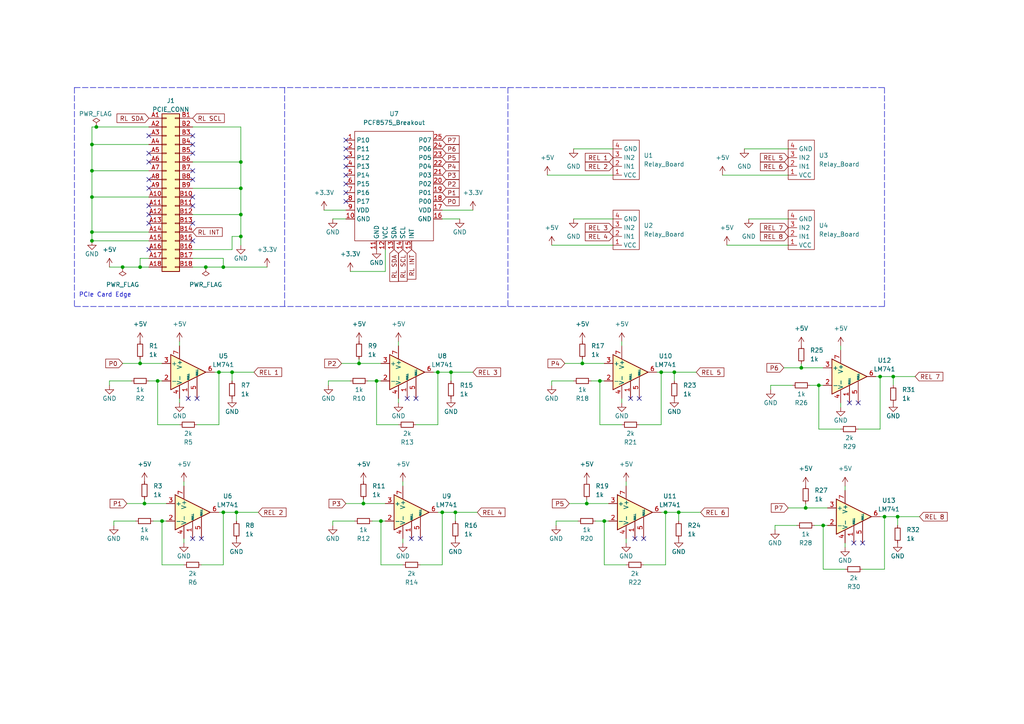
<source format=kicad_sch>
(kicad_sch (version 20211123) (generator eeschema)
  (paper "A4")
  (lib_symbols
    (symbol "Amplifier_Operational:LM741" (pin_names (offset 0.127))
      (property "Reference" "U" (at 0 6.35 0))
      (property "Value" "LM741" (at 0 3.81 0))
      (symbol "LM741_0_1"
        (polyline (pts (xy -5.08 5.08) (xy 5.08 0) (xy -5.08 -5.08) (xy -5.08 5.08)) (stroke (width 0.254)) (fill (type background)))
      )
      (symbol "LM741_1_1"
        (pin input line (at 0 -7.62 90) (length 5.08) (name "NULL") (number "1"))
        (pin input line (at -7.62 -2.54 0) (length 2.54) (name "-") (number "2"))
        (pin input line (at -7.62 2.54 0) (length 2.54) (name "+") (number "3"))
        (pin power_in line (at -2.54 -7.62 90) (length 3.81) (name "V-") (number "4"))
        (pin input line (at 2.54 -7.62 90) (length 6.35) (name "NULL") (number "5"))
        (pin output line (at 7.62 0 180) (length 2.54) (name "~") (number "6"))
        (pin power_in line (at -2.54 7.62 270) (length 3.81) (name "V+") (number "7"))
        (pin no_connect line (at 0 2.54 270) (length 2.54) hide (name "NC") (number "8"))
      )
    )
    (symbol "Conn_02x18_Row_Letter_First_1" (pin_names (offset 1.016) hide)
      (property "Reference" "J1" (at 1.27 25.4 0))
      (property "Value" "Conn_02x18_Row_Letter_First_1" (at 1.27 22.86 0))
      (symbol "Conn_02x18_Row_Letter_First_1_1_1"
        (rectangle (start -1.27 -22.733) (end 0 -22.987) (stroke (width 0.1524)))
        (rectangle (start -1.27 -20.193) (end 0 -20.447) (stroke (width 0.1524)))
        (rectangle (start -1.27 -17.653) (end 0 -17.907) (stroke (width 0.1524)))
        (rectangle (start -1.27 -15.113) (end 0 -15.367) (stroke (width 0.1524)))
        (rectangle (start -1.27 -12.573) (end 0 -12.827) (stroke (width 0.1524)))
        (rectangle (start -1.27 -10.033) (end 0 -10.287) (stroke (width 0.1524)))
        (rectangle (start -1.27 -7.493) (end 0 -7.747) (stroke (width 0.1524)))
        (rectangle (start -1.27 -4.953) (end 0 -5.207) (stroke (width 0.1524)))
        (rectangle (start -1.27 -2.413) (end 0 -2.667) (stroke (width 0.1524)))
        (rectangle (start -1.27 0.127) (end 0 -0.127) (stroke (width 0.1524)))
        (rectangle (start -1.27 2.667) (end 0 2.413) (stroke (width 0.1524)))
        (rectangle (start -1.27 5.207) (end 0 4.953) (stroke (width 0.1524)))
        (rectangle (start -1.27 7.747) (end 0 7.493) (stroke (width 0.1524)))
        (rectangle (start -1.27 10.287) (end 0 10.033) (stroke (width 0.1524)))
        (rectangle (start -1.27 12.827) (end 0 12.573) (stroke (width 0.1524)))
        (rectangle (start -1.27 15.367) (end 0 15.113) (stroke (width 0.1524)))
        (rectangle (start -1.27 17.907) (end 0 17.653) (stroke (width 0.1524)))
        (rectangle (start -1.27 20.447) (end 0 20.193) (stroke (width 0.1524)))
        (rectangle (start -1.27 21.59) (end 3.81 -24.13) (stroke (width 0.254)) (fill (type background)))
        (rectangle (start 3.81 -22.733) (end 2.54 -22.987) (stroke (width 0.1524)))
        (rectangle (start 3.81 -20.193) (end 2.54 -20.447) (stroke (width 0.1524)))
        (rectangle (start 3.81 -17.653) (end 2.54 -17.907) (stroke (width 0.1524)))
        (rectangle (start 3.81 -15.113) (end 2.54 -15.367) (stroke (width 0.1524)))
        (rectangle (start 3.81 -12.573) (end 2.54 -12.827) (stroke (width 0.1524)))
        (rectangle (start 3.81 -10.033) (end 2.54 -10.287) (stroke (width 0.1524)))
        (rectangle (start 3.81 -7.493) (end 2.54 -7.747) (stroke (width 0.1524)))
        (rectangle (start 3.81 -4.953) (end 2.54 -5.207) (stroke (width 0.1524)))
        (rectangle (start 3.81 -2.413) (end 2.54 -2.667) (stroke (width 0.1524)))
        (rectangle (start 3.81 0.127) (end 2.54 -0.127) (stroke (width 0.1524)))
        (rectangle (start 3.81 2.667) (end 2.54 2.413) (stroke (width 0.1524)))
        (rectangle (start 3.81 5.207) (end 2.54 4.953) (stroke (width 0.1524)))
        (rectangle (start 3.81 7.747) (end 2.54 7.493) (stroke (width 0.1524)))
        (rectangle (start 3.81 10.287) (end 2.54 10.033) (stroke (width 0.1524)))
        (rectangle (start 3.81 12.827) (end 2.54 12.573) (stroke (width 0.1524)))
        (rectangle (start 3.81 15.367) (end 2.54 15.113) (stroke (width 0.1524)))
        (rectangle (start 3.81 17.907) (end 2.54 17.653) (stroke (width 0.1524)))
        (rectangle (start 3.81 20.447) (end 2.54 20.193) (stroke (width 0.1524)))
        (pin passive line (at -5.08 20.32 0) (length 3.81) (name "Pin_a1") (number "A1"))
        (pin passive line (at -5.08 -2.54 0) (length 3.81) (name "Pin_a10") (number "A10"))
        (pin passive line (at -5.08 -5.08 0) (length 3.81) (name "Pin_a11") (number "A11"))
        (pin passive line (at -5.08 -7.62 0) (length 3.81) (name "Pin_a12") (number "A12"))
        (pin passive line (at -5.08 -10.16 0) (length 3.81) (name "Pin_a13") (number "A13"))
        (pin passive line (at -5.08 -12.7 0) (length 3.81) (name "Pin_a14") (number "A14"))
        (pin passive line (at -5.08 -15.24 0) (length 3.81) (name "Pin_a15") (number "A15"))
        (pin passive line (at -5.08 -17.78 0) (length 3.81) (name "Pin_a16") (number "A16"))
        (pin passive line (at -5.08 -20.32 0) (length 3.81) (name "Pin_a17") (number "A17"))
        (pin passive line (at -5.08 -22.86 0) (length 3.81) (name "Pin_a18") (number "A18"))
        (pin passive line (at -5.08 17.78 0) (length 3.81) (name "Pin_a2") (number "A2"))
        (pin passive line (at -5.08 15.24 0) (length 3.81) (name "Pin_a3") (number "A3"))
        (pin passive line (at -5.08 12.7 0) (length 3.81) (name "Pin_a4") (number "A4"))
        (pin passive line (at -5.08 10.16 0) (length 3.81) (name "Pin_a5") (number "A5"))
        (pin passive line (at -5.08 7.62 0) (length 3.81) (name "Pin_a6") (number "A6"))
        (pin passive line (at -5.08 5.08 0) (length 3.81) (name "Pin_a7") (number "A7"))
        (pin passive line (at -5.08 2.54 0) (length 3.81) (name "Pin_a8") (number "A8"))
        (pin passive line (at -5.08 0 0) (length 3.81) (name "Pin_a9") (number "A9"))
        (pin passive line (at 7.62 20.32 180) (length 3.81) (name "Pin_b1") (number "B1"))
        (pin passive line (at 7.62 -2.54 180) (length 3.81) (name "Pin_b10") (number "B10"))
        (pin passive line (at 7.62 -5.08 180) (length 3.81) (name "Pin_b11") (number "B11"))
        (pin passive line (at 7.62 -7.62 180) (length 3.81) (name "Pin_b12") (number "B12"))
        (pin passive line (at 7.62 -10.16 180) (length 3.81) (name "Pin_b13") (number "B13"))
        (pin passive line (at 7.62 -12.7 180) (length 3.81) (name "Pin_b14") (number "B14"))
        (pin passive line (at 7.62 -15.24 180) (length 3.81) (name "Pin_b15") (number "B15"))
        (pin passive line (at 7.62 -17.78 180) (length 3.81) (name "Pin_b16") (number "B16"))
        (pin passive line (at 7.62 -20.32 180) (length 3.81) (name "Pin_b17") (number "B17"))
        (pin passive line (at 7.62 -22.86 180) (length 3.81) (name "Pin_b18") (number "B18"))
        (pin passive line (at 7.62 17.78 180) (length 3.81) (name "Pin_b2") (number "B2"))
        (pin passive line (at 7.62 15.24 180) (length 3.81) (name "Pin_b3") (number "B3"))
        (pin passive line (at 7.62 12.7 180) (length 3.81) (name "Pin_b4") (number "B4"))
        (pin passive line (at 7.62 10.16 180) (length 3.81) (name "Pin_b5") (number "B5"))
        (pin passive line (at 7.62 7.62 180) (length 3.81) (name "Pin_b6") (number "B6"))
        (pin passive line (at 7.62 5.08 180) (length 3.81) (name "Pin_b7") (number "B7"))
        (pin passive line (at 7.62 2.54 180) (length 3.81) (name "Pin_b8") (number "B8"))
        (pin passive line (at 7.62 0 180) (length 3.81) (name "Pin_b9") (number "B9"))
      )
    )
    (symbol "Device:R_Small" (pin_numbers hide) (pin_names (offset 0.254) hide)
      (property "Reference" "R" (at 0.762 0.508 0))
      (property "Value" "R_Small" (at 0.762 -1.016 0))
      (symbol "R_Small_0_1"
        (rectangle (start -0.762 1.778) (end 0.762 -1.778) (stroke (width 0.2032)))
      )
      (symbol "R_Small_1_1"
        (pin passive line (at 0 2.54 270) (length 0.762) (name "~") (number "1"))
        (pin passive line (at 0 -2.54 90) (length 0.762) (name "~") (number "2"))
      )
    )
    (symbol "ELLIE:Relay_Board"
      (property "Reference" "U" (at 0 -3.81 0))
      (property "Value" "Relay_Board" (at 0 -6.35 0))
      (symbol "Relay_Board_0_1"
        (rectangle (start -3.81 8.89) (end 3.81 -2.54))
      )
      (symbol "Relay_Board_1_1"
        (pin input line (at 3.81 7.62 180) (length 2.54) (name "VCC") (number "1"))
        (pin input line (at 3.81 5.08 180) (length 2.54) (name "IN1") (number "2"))
        (pin input line (at 3.81 2.54 180) (length 2.54) (name "IN2") (number "3"))
        (pin input line (at 3.81 0 180) (length 2.54) (name "GND") (number "4"))
      )
    )
    (symbol "PCF87575:PCF8575_Breakout"
      (property "Reference" "U" (at 0 19.05 0))
      (property "Value" "PCF8575_Breakout" (at 0 16.51 0))
      (symbol "PCF8575_Breakout_0_1"
        (rectangle (start -11.43 13.97) (end 11.43 -17.78))
      )
      (symbol "PCF8575_Breakout_1_1"
        (pin bidirectional line (at -13.97 11.43 0) (length 2.54) (name "P10") (number "1"))
        (pin power_in line (at -13.97 -11.43 0) (length 2.54) (name "GND") (number "10"))
        (pin power_in line (at -5.08 -20.32 90) (length 2.54) (name "GND") (number "11"))
        (pin power_in line (at -2.54 -20.32 90) (length 2.54) (name "VCC") (number "12"))
        (pin bidirectional line (at 0 -20.32 90) (length 2.54) (name "SDA") (number "13"))
        (pin input line (at 2.54 -20.32 90) (length 2.54) (name "SCL") (number "14"))
        (pin output line (at 5.08 -20.32 90) (length 2.54) (name "INT") (number "15"))
        (pin power_in line (at 13.97 -11.43 180) (length 2.54) (name "GND") (number "16"))
        (pin power_in line (at 13.97 -8.89 180) (length 2.54) (name "VDD") (number "17"))
        (pin bidirectional line (at 13.97 -6.35 180) (length 2.54) (name "P00") (number "18"))
        (pin bidirectional line (at 13.97 -3.81 180) (length 2.54) (name "P01") (number "19"))
        (pin bidirectional line (at -13.97 8.89 0) (length 2.54) (name "P11") (number "2"))
        (pin bidirectional line (at 13.97 -1.27 180) (length 2.54) (name "P02") (number "20"))
        (pin bidirectional line (at 13.97 1.27 180) (length 2.54) (name "P03") (number "21"))
        (pin bidirectional line (at 13.97 3.81 180) (length 2.54) (name "P04") (number "22"))
        (pin bidirectional line (at 13.97 6.35 180) (length 2.54) (name "P05") (number "23"))
        (pin bidirectional line (at 13.97 8.89 180) (length 2.54) (name "P06") (number "24"))
        (pin bidirectional line (at 13.97 11.43 180) (length 2.54) (name "P07") (number "25"))
        (pin bidirectional line (at -13.97 6.35 0) (length 2.54) (name "P12") (number "3"))
        (pin bidirectional line (at -13.97 3.81 0) (length 2.54) (name "P13") (number "4"))
        (pin bidirectional line (at -13.97 1.27 0) (length 2.54) (name "P14") (number "5"))
        (pin bidirectional line (at -13.97 -1.27 0) (length 2.54) (name "P15") (number "6"))
        (pin bidirectional line (at -13.97 -3.81 0) (length 2.54) (name "P16") (number "7"))
        (pin bidirectional line (at -13.97 -6.35 0) (length 2.54) (name "P17") (number "8"))
        (pin power_in line (at -13.97 -8.89 0) (length 2.54) (name "VDD") (number "9"))
      )
    )
    (symbol "power:+3.3V" (power) (pin_names (offset 0))
      (property "Value" "+3.3V" (at 0 3.556 0))
      (symbol "+3.3V_0_1"
        (polyline (pts (xy -0.762 1.27) (xy 0 2.54)))
        (polyline (pts (xy 0 0) (xy 0 2.54)))
        (polyline (pts (xy 0 2.54) (xy 0.762 1.27)))
      )
      (symbol "+3.3V_1_1"
        (pin power_in line (at 0 0 90) (length 0) hide (name "+3.3V") (number "1"))
      )
    )
    (symbol "power:+5V" (power) (pin_names (offset 0))
      (property "Value" "+5V" (at 0 3.556 0))
      (symbol "+5V_0_1"
        (polyline (pts (xy -0.762 1.27) (xy 0 2.54)))
        (polyline (pts (xy 0 0) (xy 0 2.54)))
        (polyline (pts (xy 0 2.54) (xy 0.762 1.27)))
      )
      (symbol "+5V_1_1"
        (pin power_in line (at 0 0 90) (length 0) hide (name "+5V") (number "1"))
      )
    )
    (symbol "power:GND" (power) (pin_names (offset 0))
      (property "Value" "GND" (at 0 -3.81 0))
      (symbol "GND_0_1"
        (polyline (pts (xy 0 0) (xy 0 -1.27) (xy 1.27 -1.27) (xy 0 -2.54) (xy -1.27 -1.27) (xy 0 -1.27)))
      )
      (symbol "GND_1_1"
        (pin power_in line (at 0 0 270) (length 0) hide (name "GND") (number "1"))
      )
    )
    (symbol "power:PWR_FLAG" (power) (pin_numbers hide) (pin_names (offset 0) hide)
      (property "Value" "PWR_FLAG" (at 0 3.81 0))
      (symbol "PWR_FLAG_0_0"
        (pin power_out line (at 0 0 90) (length 0) (name "pwr") (number "1"))
      )
      (symbol "PWR_FLAG_0_1"
        (polyline (pts (xy 0 0) (xy 0 1.27) (xy -1.016 1.905) (xy 0 2.54) (xy 1.016 1.905) (xy 0 1.27)))
      )
    )
  )
  (junction (at 26.67 69.85))
  (junction (at 130.81 107.95))
  (junction (at 109.22 110.49))
  (junction (at 168.91 105.41))
  (junction (at 26.67 41.91))
  (junction (at 69.85 68.58))
  (junction (at 232.41 106.68))
  (junction (at 69.85 62.23))
  (junction (at 64.77 77.47))
  (junction (at 193.04 148.59))
  (junction (at 59.69 77.47))
  (junction (at 110.49 151.13))
  (junction (at 40.64 77.47))
  (junction (at 64.77 148.59))
  (junction (at 173.99 110.49))
  (junction (at 69.85 54.61))
  (junction (at 68.58 148.59))
  (junction (at 191.77 107.95))
  (junction (at 46.99 151.13))
  (junction (at 35.56 77.47))
  (junction (at 127 107.95))
  (junction (at 255.27 109.22))
  (junction (at 233.68 147.32))
  (junction (at 26.67 57.15))
  (junction (at 238.76 152.4))
  (junction (at 63.5 107.95))
  (junction (at 104.14 105.41))
  (junction (at 69.85 46.99))
  (junction (at 175.26 151.13))
  (junction (at 105.41 146.05))
  (junction (at 40.64 105.41))
  (junction (at 237.49 111.76))
  (junction (at 195.58 107.95))
  (junction (at 67.31 107.95))
  (junction (at 128.27 148.59))
  (junction (at 259.08 109.22))
  (junction (at 41.91 146.05))
  (junction (at 45.72 110.49))
  (junction (at 170.18 146.05))
  (junction (at 256.54 149.86))
  (junction (at 26.67 67.31))
  (junction (at 26.67 49.53))
  (junction (at 132.08 148.59))
  (junction (at 27.94 36.83))
  (junction (at 260.35 149.86))
  (junction (at 196.85 148.59))
  (no_connect (at 248.92 116.84))
  (no_connect (at 185.42 115.57))
  (no_connect (at 119.38 156.21))
  (no_connect (at 246.38 116.84))
  (no_connect (at 120.65 115.57))
  (no_connect (at 184.15 156.21))
  (no_connect (at 247.65 157.48))
  (no_connect (at 250.19 157.48))
  (no_connect (at 118.11 115.57))
  (no_connect (at 55.88 156.21))
  (no_connect (at 186.69 156.21))
  (no_connect (at 182.88 115.57))
  (no_connect (at 55.88 52.07))
  (no_connect (at 55.88 49.53))
  (no_connect (at 55.88 39.37))
  (no_connect (at 55.88 41.91))
  (no_connect (at 55.88 44.45))
  (no_connect (at 55.88 69.85))
  (no_connect (at 55.88 57.15))
  (no_connect (at 55.88 59.69))
  (no_connect (at 55.88 64.77))
  (no_connect (at 43.18 54.61))
  (no_connect (at 43.18 64.77))
  (no_connect (at 43.18 72.39))
  (no_connect (at 43.18 62.23))
  (no_connect (at 43.18 59.69))
  (no_connect (at 43.18 44.45))
  (no_connect (at 43.18 39.37))
  (no_connect (at 43.18 46.99))
  (no_connect (at 43.18 52.07))
  (no_connect (at 57.15 115.57))
  (no_connect (at 54.61 115.57))
  (no_connect (at 100.33 40.64))
  (no_connect (at 100.33 43.18))
  (no_connect (at 100.33 48.26))
  (no_connect (at 100.33 45.72))
  (no_connect (at 100.33 58.42))
  (no_connect (at 100.33 55.88))
  (no_connect (at 100.33 53.34))
  (no_connect (at 100.33 50.8))
  (no_connect (at 58.42 156.21))
  (no_connect (at 121.92 156.21))
  (wire (pts (xy 256.54 149.86) (xy 260.35 149.86)))
  (wire (pts (xy 127 148.59) (xy 128.27 148.59)))
  (wire (pts (xy 256.54 165.1) (xy 256.54 149.86)))
  (wire (pts (xy 43.18 110.49) (xy 45.72 110.49)))
  (wire (pts (xy 191.77 123.19) (xy 191.77 107.95)))
  (wire (pts (xy 128.27 60.96) (xy 137.16 60.96)))
  (wire (pts (xy 53.34 139.7) (xy 53.34 140.97)))
  (wire (pts (xy 59.69 77.47) (xy 64.77 77.47)))
  (wire (pts (xy 232.41 106.68) (xy 238.76 106.68)))
  (wire (pts (xy 116.84 163.83) (xy 110.49 163.83)))
  (wire (pts (xy 52.07 115.57) (xy 52.07 116.84)))
  (wire (pts (xy 223.52 111.76) (xy 223.52 113.03)))
  (wire (pts (xy 185.42 123.19) (xy 191.77 123.19)))
  (wire (pts (xy 41.91 146.05) (xy 48.26 146.05)))
  (wire (pts (xy 55.88 36.83) (xy 69.85 36.83)))
  (wire (pts (xy 69.85 68.58) (xy 69.85 71.12)))
  (wire (pts (xy 35.56 77.47) (xy 40.64 77.47)))
  (wire (pts (xy 172.72 151.13) (xy 175.26 151.13)))
  (wire (pts (xy 40.64 104.14) (xy 40.64 105.41)))
  (wire (pts (xy 234.95 111.76) (xy 237.49 111.76)))
  (wire (pts (xy 243.84 100.33) (xy 243.84 101.6)))
  (wire (pts (xy 67.31 68.58) (xy 69.85 68.58)))
  (wire (pts (xy 260.35 149.86) (xy 266.7 149.86)))
  (wire (pts (xy 45.72 110.49) (xy 46.99 110.49)))
  (wire (pts (xy 243.84 124.46) (xy 237.49 124.46)))
  (wire (pts (xy 104.14 105.41) (xy 99.06 105.41)))
  (wire (pts (xy 109.22 110.49) (xy 110.49 110.49)))
  (wire (pts (xy 96.52 63.5) (xy 100.33 63.5)))
  (wire (pts (xy 215.9 43.18) (xy 228.6 43.18)))
  (wire (pts (xy 245.11 165.1) (xy 238.76 165.1)))
  (wire (pts (xy 121.92 163.83) (xy 128.27 163.83)))
  (wire (pts (xy 180.34 99.06) (xy 180.34 100.33)))
  (wire (pts (xy 161.29 151.13) (xy 161.29 152.4)))
  (wire (pts (xy 245.11 157.48) (xy 245.11 158.75)))
  (wire (pts (xy 69.85 62.23) (xy 69.85 68.58)))
  (wire (pts (xy 130.81 110.49) (xy 130.81 107.95)))
  (polyline (pts (xy 21.59 25.4) (xy 256.54 25.4)))
  (wire (pts (xy 260.35 152.4) (xy 260.35 149.86)))
  (wire (pts (xy 171.45 110.49) (xy 173.99 110.49)))
  (polyline (pts (xy 21.59 25.4) (xy 21.59 88.9)))
  (wire (pts (xy 115.57 99.06) (xy 115.57 100.33)))
  (wire (pts (xy 128.27 63.5) (xy 133.35 63.5)))
  (wire (pts (xy 26.67 57.15) (xy 43.18 57.15)))
  (wire (pts (xy 67.31 110.49) (xy 67.31 107.95)))
  (wire (pts (xy 168.91 104.14) (xy 168.91 105.41)))
  (wire (pts (xy 111.76 78.74) (xy 101.6 78.74)))
  (wire (pts (xy 39.37 151.13) (xy 33.02 151.13)))
  (wire (pts (xy 55.88 74.93) (xy 64.77 74.93)))
  (wire (pts (xy 107.95 151.13) (xy 110.49 151.13)))
  (wire (pts (xy 26.67 69.85) (xy 43.18 69.85)))
  (wire (pts (xy 132.08 151.13) (xy 132.08 148.59)))
  (wire (pts (xy 63.5 148.59) (xy 64.77 148.59)))
  (polyline (pts (xy 147.32 25.4) (xy 147.32 88.9)))
  (wire (pts (xy 43.18 36.83) (xy 27.94 36.83)))
  (wire (pts (xy 231.14 152.4) (xy 224.79 152.4)))
  (wire (pts (xy 168.91 105.41) (xy 163.83 105.41)))
  (wire (pts (xy 181.61 163.83) (xy 175.26 163.83)))
  (wire (pts (xy 104.14 105.41) (xy 110.49 105.41)))
  (wire (pts (xy 170.18 144.78) (xy 170.18 146.05)))
  (wire (pts (xy 55.88 62.23) (xy 69.85 62.23)))
  (polyline (pts (xy 256.54 25.4) (xy 256.54 88.9)))
  (wire (pts (xy 63.5 107.95) (xy 67.31 107.95)))
  (wire (pts (xy 243.84 116.84) (xy 243.84 118.11)))
  (wire (pts (xy 259.08 111.76) (xy 259.08 109.22)))
  (polyline (pts (xy 256.54 88.9) (xy 21.59 88.9)))
  (wire (pts (xy 40.64 77.47) (xy 43.18 77.47)))
  (wire (pts (xy 229.87 111.76) (xy 223.52 111.76)))
  (wire (pts (xy 26.67 41.91) (xy 26.67 49.53)))
  (wire (pts (xy 237.49 124.46) (xy 237.49 111.76)))
  (wire (pts (xy 130.81 107.95) (xy 137.16 107.95)))
  (wire (pts (xy 128.27 163.83) (xy 128.27 148.59)))
  (wire (pts (xy 236.22 152.4) (xy 238.76 152.4)))
  (wire (pts (xy 55.88 54.61) (xy 69.85 54.61)))
  (wire (pts (xy 250.19 165.1) (xy 256.54 165.1)))
  (wire (pts (xy 110.49 163.83) (xy 110.49 151.13)))
  (wire (pts (xy 255.27 124.46) (xy 255.27 109.22)))
  (wire (pts (xy 68.58 151.13) (xy 68.58 148.59)))
  (wire (pts (xy 160.02 110.49) (xy 160.02 111.76)))
  (wire (pts (xy 173.99 123.19) (xy 173.99 110.49)))
  (wire (pts (xy 64.77 163.83) (xy 64.77 148.59)))
  (wire (pts (xy 180.34 123.19) (xy 173.99 123.19)))
  (wire (pts (xy 38.1 110.49) (xy 31.75 110.49)))
  (wire (pts (xy 233.68 147.32) (xy 240.03 147.32)))
  (wire (pts (xy 96.52 151.13) (xy 96.52 152.4)))
  (wire (pts (xy 166.37 63.5) (xy 177.8 63.5)))
  (wire (pts (xy 181.61 156.21) (xy 181.61 157.48)))
  (wire (pts (xy 115.57 123.19) (xy 109.22 123.19)))
  (wire (pts (xy 116.84 139.7) (xy 116.84 140.97)))
  (wire (pts (xy 67.31 72.39) (xy 67.31 68.58)))
  (wire (pts (xy 238.76 165.1) (xy 238.76 152.4)))
  (polyline (pts (xy 82.55 25.4) (xy 82.55 88.9)))
  (wire (pts (xy 57.15 123.19) (xy 63.5 123.19)))
  (wire (pts (xy 232.41 106.68) (xy 227.33 106.68)))
  (wire (pts (xy 26.67 41.91) (xy 43.18 41.91)))
  (wire (pts (xy 237.49 111.76) (xy 238.76 111.76)))
  (wire (pts (xy 167.64 151.13) (xy 161.29 151.13)))
  (wire (pts (xy 53.34 163.83) (xy 46.99 163.83)))
  (wire (pts (xy 170.18 146.05) (xy 165.1 146.05)))
  (wire (pts (xy 62.23 107.95) (xy 63.5 107.95)))
  (wire (pts (xy 127 123.19) (xy 127 107.95)))
  (wire (pts (xy 26.67 36.83) (xy 26.67 41.91)))
  (wire (pts (xy 105.41 146.05) (xy 111.76 146.05)))
  (wire (pts (xy 40.64 105.41) (xy 46.99 105.41)))
  (wire (pts (xy 26.67 49.53) (xy 43.18 49.53)))
  (wire (pts (xy 46.99 163.83) (xy 46.99 151.13)))
  (wire (pts (xy 181.61 139.7) (xy 181.61 140.97)))
  (wire (pts (xy 27.94 36.83) (xy 26.67 36.83)))
  (wire (pts (xy 196.85 148.59) (xy 203.2 148.59)))
  (wire (pts (xy 111.76 72.39) (xy 111.76 78.74)))
  (wire (pts (xy 195.58 107.95) (xy 201.93 107.95)))
  (wire (pts (xy 116.84 156.21) (xy 116.84 157.48)))
  (wire (pts (xy 102.87 151.13) (xy 96.52 151.13)))
  (wire (pts (xy 31.75 77.47) (xy 35.56 77.47)))
  (wire (pts (xy 259.08 109.22) (xy 265.43 109.22)))
  (wire (pts (xy 127 107.95) (xy 130.81 107.95)))
  (wire (pts (xy 53.34 156.21) (xy 53.34 157.48)))
  (wire (pts (xy 191.77 107.95) (xy 195.58 107.95)))
  (wire (pts (xy 224.79 152.4) (xy 224.79 153.67)))
  (wire (pts (xy 173.99 110.49) (xy 175.26 110.49)))
  (wire (pts (xy 93.98 60.96) (xy 100.33 60.96)))
  (wire (pts (xy 233.68 147.32) (xy 228.6 147.32)))
  (wire (pts (xy 40.64 105.41) (xy 35.56 105.41)))
  (wire (pts (xy 109.22 123.19) (xy 109.22 110.49)))
  (wire (pts (xy 64.77 77.47) (xy 77.47 77.47)))
  (wire (pts (xy 232.41 105.41) (xy 232.41 106.68)))
  (wire (pts (xy 175.26 151.13) (xy 176.53 151.13)))
  (wire (pts (xy 248.92 124.46) (xy 255.27 124.46)))
  (wire (pts (xy 31.75 110.49) (xy 31.75 111.76)))
  (wire (pts (xy 255.27 149.86) (xy 256.54 149.86)))
  (wire (pts (xy 58.42 163.83) (xy 64.77 163.83)))
  (wire (pts (xy 64.77 148.59) (xy 68.58 148.59)))
  (wire (pts (xy 41.91 144.78) (xy 41.91 146.05)))
  (wire (pts (xy 55.88 46.99) (xy 69.85 46.99)))
  (wire (pts (xy 43.18 74.93) (xy 40.64 74.93)))
  (wire (pts (xy 170.18 146.05) (xy 176.53 146.05)))
  (wire (pts (xy 191.77 148.59) (xy 193.04 148.59)))
  (wire (pts (xy 233.68 146.05) (xy 233.68 147.32)))
  (wire (pts (xy 26.67 67.31) (xy 43.18 67.31)))
  (wire (pts (xy 33.02 151.13) (xy 33.02 152.4)))
  (wire (pts (xy 175.26 163.83) (xy 175.26 151.13)))
  (wire (pts (xy 125.73 107.95) (xy 127 107.95)))
  (wire (pts (xy 55.88 77.47) (xy 59.69 77.47)))
  (wire (pts (xy 132.08 148.59) (xy 138.43 148.59)))
  (wire (pts (xy 180.34 115.57) (xy 180.34 116.84)))
  (wire (pts (xy 68.58 148.59) (xy 74.93 148.59)))
  (wire (pts (xy 69.85 36.83) (xy 69.85 46.99)))
  (wire (pts (xy 45.72 123.19) (xy 45.72 110.49)))
  (wire (pts (xy 26.67 57.15) (xy 26.67 67.31)))
  (wire (pts (xy 101.6 110.49) (xy 95.25 110.49)))
  (wire (pts (xy 193.04 163.83) (xy 193.04 148.59)))
  (wire (pts (xy 55.88 72.39) (xy 67.31 72.39)))
  (wire (pts (xy 166.37 110.49) (xy 160.02 110.49)))
  (wire (pts (xy 64.77 74.93) (xy 64.77 77.47)))
  (wire (pts (xy 158.75 50.8) (xy 177.8 50.8)))
  (wire (pts (xy 115.57 115.57) (xy 115.57 116.84)))
  (wire (pts (xy 69.85 54.61) (xy 69.85 62.23)))
  (wire (pts (xy 196.85 151.13) (xy 196.85 148.59)))
  (wire (pts (xy 104.14 104.14) (xy 104.14 105.41)))
  (wire (pts (xy 245.11 140.97) (xy 245.11 142.24)))
  (wire (pts (xy 95.25 110.49) (xy 95.25 111.76)))
  (wire (pts (xy 41.91 146.05) (xy 36.83 146.05)))
  (wire (pts (xy 63.5 123.19) (xy 63.5 107.95)))
  (wire (pts (xy 254 109.22) (xy 255.27 109.22)))
  (wire (pts (xy 105.41 144.78) (xy 105.41 146.05)))
  (wire (pts (xy 190.5 107.95) (xy 191.77 107.95)))
  (wire (pts (xy 40.64 74.93) (xy 40.64 77.47)))
  (wire (pts (xy 217.17 63.5) (xy 228.6 63.5)))
  (wire (pts (xy 52.07 99.06) (xy 52.07 100.33)))
  (wire (pts (xy 168.91 105.41) (xy 175.26 105.41)))
  (wire (pts (xy 128.27 148.59) (xy 132.08 148.59)))
  (wire (pts (xy 106.68 110.49) (xy 109.22 110.49)))
  (wire (pts (xy 160.02 71.12) (xy 177.8 71.12)))
  (wire (pts (xy 110.49 151.13) (xy 111.76 151.13)))
  (wire (pts (xy 67.31 107.95) (xy 73.66 107.95)))
  (wire (pts (xy 193.04 148.59) (xy 196.85 148.59)))
  (wire (pts (xy 209.55 50.8) (xy 228.6 50.8)))
  (wire (pts (xy 69.85 46.99) (xy 69.85 54.61)))
  (wire (pts (xy 238.76 152.4) (xy 240.03 152.4)))
  (wire (pts (xy 210.82 71.12) (xy 228.6 71.12)))
  (wire (pts (xy 105.41 146.05) (xy 100.33 146.05)))
  (wire (pts (xy 44.45 151.13) (xy 46.99 151.13)))
  (wire (pts (xy 26.67 67.31) (xy 26.67 69.85)))
  (wire (pts (xy 255.27 109.22) (xy 259.08 109.22)))
  (wire (pts (xy 26.67 49.53) (xy 26.67 57.15)))
  (wire (pts (xy 52.07 123.19) (xy 45.72 123.19)))
  (wire (pts (xy 120.65 123.19) (xy 127 123.19)))
  (wire (pts (xy 46.99 151.13) (xy 48.26 151.13)))
  (wire (pts (xy 166.37 43.18) (xy 177.8 43.18)))
  (wire (pts (xy 186.69 163.83) (xy 193.04 163.83)))
  (wire (pts (xy 195.58 110.49) (xy 195.58 107.95)))
  (text "PCIe Card Edge" (at 22.86 86.36 0) (effects (font (size 1.27 1.27)) (justify left bottom)))
  (global_label "REL 4" (shape input) (at 138.43 148.59 0) (property "Intersheet References" "${INTERSHEET_REFS}" (effects hide)))
  (global_label "REL 5" (shape input) (at 201.93 107.95 0) (property "Intersheet References" "${INTERSHEET_REFS}" (effects hide)))
  (global_label "P3" (shape input) (at 100.33 146.05 180) (property "Intersheet References" "${INTERSHEET_REFS}" (effects hide)))
  (global_label "REL 1" (shape input) (at 177.8 45.72 180) (property "Intersheet References" "${INTERSHEET_REFS}" (effects hide)))
  (global_label "P0" (shape input) (at 35.56 105.41 180) (property "Intersheet References" "${INTERSHEET_REFS}" (effects hide)))
  (global_label "P5" (shape input) (at 165.1 146.05 180) (property "Intersheet References" "${INTERSHEET_REFS}" (effects hide)))
  (global_label "P2" (shape input) (at 128.27 53.34 0) (property "Intersheet References" "${INTERSHEET_REFS}" (effects hide)))
  (global_label "REL 5" (shape input) (at 228.6 45.72 180) (property "Intersheet References" "${INTERSHEET_REFS}" (effects hide)))
  (global_label "P1" (shape input) (at 36.83 146.05 180) (property "Intersheet References" "${INTERSHEET_REFS}" (effects hide)))
  (global_label "REL 2" (shape input) (at 74.93 148.59 0) (property "Intersheet References" "${INTERSHEET_REFS}" (effects hide)))
  (global_label "P7" (shape input) (at 228.6 147.32 180) (property "Intersheet References" "${INTERSHEET_REFS}" (effects hide)))
  (global_label "P1" (shape input) (at 128.27 55.88 0) (property "Intersheet References" "${INTERSHEET_REFS}" (effects hide)))
  (global_label "P4" (shape input) (at 163.83 105.41 180) (property "Intersheet References" "${INTERSHEET_REFS}" (effects hide)))
  (global_label "RL SCL" (shape input) (at 55.88 34.29 0) (property "Intersheet References" "${INTERSHEET_REFS}" (effects hide)))
  (global_label "REL 8" (shape input) (at 266.7 149.86 0) (property "Intersheet References" "${INTERSHEET_REFS}" (effects hide)))
  (global_label "P6" (shape input) (at 128.27 43.18 0) (property "Intersheet References" "${INTERSHEET_REFS}" (effects hide)))
  (global_label "REL 3" (shape input) (at 177.8 66.04 180) (property "Intersheet References" "${INTERSHEET_REFS}" (effects hide)))
  (global_label "REL 6" (shape input) (at 203.2 148.59 0) (property "Intersheet References" "${INTERSHEET_REFS}" (effects hide)))
  (global_label "RL SDA" (shape input) (at 114.3 72.39 270) (property "Intersheet References" "${INTERSHEET_REFS}" (effects hide)))
  (global_label "RL INT" (shape input) (at 55.88 67.31 0) (property "Intersheet References" "${INTERSHEET_REFS}" (effects hide)))
  (global_label "RL SCL" (shape input) (at 116.84 72.39 270) (property "Intersheet References" "${INTERSHEET_REFS}" (effects hide)))
  (global_label "REL 7" (shape input) (at 228.6 66.04 180) (property "Intersheet References" "${INTERSHEET_REFS}" (effects hide)))
  (global_label "REL 7" (shape input) (at 265.43 109.22 0) (property "Intersheet References" "${INTERSHEET_REFS}" (effects hide)))
  (global_label "REL 2" (shape input) (at 177.8 48.26 180) (property "Intersheet References" "${INTERSHEET_REFS}" (effects hide)))
  (global_label "P6" (shape input) (at 227.33 106.68 180) (property "Intersheet References" "${INTERSHEET_REFS}" (effects hide)))
  (global_label "P4" (shape input) (at 128.27 48.26 0) (property "Intersheet References" "${INTERSHEET_REFS}" (effects hide)))
  (global_label "RL SDA" (shape input) (at 43.18 34.29 180) (property "Intersheet References" "${INTERSHEET_REFS}" (effects hide)))
  (global_label "P2" (shape input) (at 99.06 105.41 180) (property "Intersheet References" "${INTERSHEET_REFS}" (effects hide)))
  (global_label "P5" (shape input) (at 128.27 45.72 0) (property "Intersheet References" "${INTERSHEET_REFS}" (effects hide)))
  (global_label "REL 6" (shape input) (at 228.6 48.26 180) (property "Intersheet References" "${INTERSHEET_REFS}" (effects hide)))
  (global_label "P7" (shape input) (at 128.27 40.64 0) (property "Intersheet References" "${INTERSHEET_REFS}" (effects hide)))
  (global_label "RL INT" (shape input) (at 119.38 72.39 270) (property "Intersheet References" "${INTERSHEET_REFS}" (effects hide)))
  (global_label "REL 3" (shape input) (at 137.16 107.95 0) (property "Intersheet References" "${INTERSHEET_REFS}" (effects hide)))
  (global_label "P0" (shape input) (at 128.27 58.42 0) (property "Intersheet References" "${INTERSHEET_REFS}" (effects hide)))
  (global_label "REL 4" (shape input) (at 177.8 68.58 180) (property "Intersheet References" "${INTERSHEET_REFS}" (effects hide)))
  (global_label "P3" (shape input) (at 128.27 50.8 0) (property "Intersheet References" "${INTERSHEET_REFS}" (effects hide)))
  (global_label "REL 1" (shape input) (at 73.66 107.95 0) (property "Intersheet References" "${INTERSHEET_REFS}" (effects hide)))
  (global_label "REL 8" (shape input) (at 228.6 68.58 180) (property "Intersheet References" "${INTERSHEET_REFS}" (effects hide)))
  (symbol (lib_id "Device:R_Small") (at 104.14 101.6 0) (unit 1)
    (property "Reference" "R9" (at 106.68 100.3299 0) (effects (justify left)))
    (property "Value" "1k" (at 106.68 102.8699 0) (effects (justify left)))
  )
  (symbol (lib_id "Amplifier_Operational:LM741") (at 247.65 149.86 0) (unit 1)
    (property "Reference" "U13" (at 257.81 145.161 0))
    (property "Value" "LM741" (at 257.81 147.701 0))
    (property "Datasheet" "http://www.ti.com/lit/ds/symlink/lm741.pdf" (effects hide))
  )
  (symbol (lib_id "power:PWR_FLAG") (at 59.69 77.47 180) (unit 1)
    (property "Reference" "#FLG03" (effects hide))
    (property "Value" "PWR_FLAG" (at 59.69 82.55 0))
  )
  (symbol (lib_id "power:GND") (at 260.35 157.48 0) (unit 1)
    (property "Reference" "#PWR058" (effects hide))
    (property "Value" "GND" (at 260.35 161.29 0))
  )
  (symbol (lib_id "power:+5V") (at 41.91 139.7 0) (unit 1)
    (property "Reference" "#PWR08" (effects hide))
    (property "Value" "+5V" (at 41.91 134.62 0))
  )
  (symbol (lib_id "ELLIE:Relay_Board") (at 232.41 43.18 180) (unit 1)
    (property "Reference" "U3" (at 237.49 45.0849 0) (effects (justify right)))
    (property "Value" "Relay_Board" (at 237.49 47.6249 0) (effects (justify right)))
  )
  (symbol (lib_id "power:GND") (at 215.9 43.18 0) (unit 1)
    (property "Reference" "#PWR09" (effects hide))
    (property "Value" "GND" (at 215.9 48.26 0))
  )
  (symbol (lib_id "Device:R_Small") (at 170.18 142.24 0) (unit 1)
    (property "Reference" "R19" (at 172.72 140.9699 0) (effects (justify left)))
    (property "Value" "1k" (at 172.72 143.5099 0) (effects (justify left)))
  )
  (symbol (lib_id "Device:R_Small") (at 105.41 151.13 90) (unit 1)
    (property "Reference" "R12" (at 105.41 156.21 90))
    (property "Value" "1k" (at 105.41 153.67 90))
  )
  (symbol (lib_id "Device:R_Small") (at 259.08 114.3 0) (unit 1)
    (property "Reference" "R31" (at 261.62 113.0299 0) (effects (justify left)))
    (property "Value" "1k" (at 261.62 115.5699 0) (effects (justify left)))
  )
  (symbol (lib_id "power:GND") (at 223.52 113.03 0) (unit 1)
    (property "Reference" "#PWR049" (effects hide))
    (property "Value" "GND" (at 223.52 116.84 0))
  )
  (symbol (lib_id "power:+5V") (at 209.55 50.8 0) (unit 1)
    (property "Reference" "#PWR047" (effects hide))
    (property "Value" "+5V" (at 209.55 45.72 0))
  )
  (symbol (lib_id "power:+5V") (at 180.34 99.06 0) (unit 1)
    (property "Reference" "#PWR041" (effects hide))
    (property "Value" "+5V" (at 180.34 93.98 0))
  )
  (symbol (lib_id "Device:R_Small") (at 168.91 110.49 90) (unit 1)
    (property "Reference" "R18" (at 168.91 115.57 90))
    (property "Value" "1k" (at 168.91 113.03 90))
  )
  (symbol (lib_id "ELLIE:Relay_Board") (at 181.61 43.18 180) (unit 1)
    (property "Reference" "U1" (at 186.69 45.0849 0) (effects (justify right)))
    (property "Value" "Relay_Board" (at 186.69 47.6249 0) (effects (justify right)))
  )
  (symbol (lib_id "power:GND") (at 180.34 116.84 0) (unit 1)
    (property "Reference" "#PWR042" (effects hide))
    (property "Value" "GND" (at 180.34 120.65 0))
  )
  (symbol (lib_id "Device:R_Small") (at 233.68 143.51 0) (unit 1)
    (property "Reference" "R27" (at 236.22 142.2399 0) (effects (justify left)))
    (property "Value" "1k" (at 236.22 144.7799 0) (effects (justify left)))
  )
  (symbol (lib_id "power:+3.3V") (at 101.6 78.74 0) (unit 1)
    (property "Reference" "#PWR023" (effects hide))
    (property "Value" "+3.3V" (at 101.6 73.66 0))
  )
  (symbol (lib_id "Device:R_Small") (at 54.61 123.19 90) (unit 1)
    (property "Reference" "R5" (at 54.61 128.27 90))
    (property "Value" "2k" (at 54.61 125.73 90))
  )
  (symbol (lib_id "ELLIE:Relay_Board") (at 232.41 63.5 180) (unit 1)
    (property "Reference" "U4" (at 237.49 65.4049 0) (effects (justify right)))
    (property "Value" "Relay_Board" (at 237.49 67.9449 0) (effects (justify right)))
  )
  (symbol (lib_id "power:GND") (at 133.35 63.5 0) (unit 1)
    (property "Reference" "#PWR033" (effects hide))
    (property "Value" "GND" (at 133.35 67.31 0))
  )
  (symbol (lib_id "Device:R_Small") (at 246.38 124.46 90) (unit 1)
    (property "Reference" "R29" (at 246.38 129.54 90))
    (property "Value" "2k" (at 246.38 127 90))
  )
  (symbol (lib_id "PCF87575:PCF8575_Breakout") (at 114.3 52.07 0) (unit 1)
    (property "Reference" "U7" (at 114.3 33.02 0))
    (property "Value" "PCF8575_Breakout" (at 114.3 35.56 0))
  )
  (symbol (lib_id "power:+3.3V") (at 137.16 60.96 0) (unit 1)
    (property "Reference" "#PWR034" (effects hide))
    (property "Value" "+3.3V" (at 137.16 55.88 0))
  )
  (symbol (lib_id "Device:R_Small") (at 55.88 163.83 90) (unit 1)
    (property "Reference" "R6" (at 55.88 168.91 90))
    (property "Value" "2k" (at 55.88 166.37 90))
  )
  (symbol (lib_id "power:+5V") (at 40.64 99.06 0) (unit 1)
    (property "Reference" "#PWR07" (effects hide))
    (property "Value" "+5V" (at 40.64 93.98 0))
  )
  (symbol (lib_id "power:GND") (at 109.22 72.39 0) (unit 1)
    (property "Reference" "#PWR026" (effects hide))
    (property "Value" "GND" (at 109.22 76.2 0))
  )
  (symbol (lib_id "power:+5V") (at 233.68 140.97 0) (unit 1)
    (property "Reference" "#PWR052" (effects hide))
    (property "Value" "+5V" (at 233.68 135.89 0))
  )
  (symbol (lib_id "power:GND") (at 67.31 115.57 0) (unit 1)
    (property "Reference" "#PWR015" (effects hide))
    (property "Value" "GND" (at 67.31 119.38 0))
  )
  (symbol (lib_id "power:GND") (at 224.79 153.67 0) (unit 1)
    (property "Reference" "#PWR050" (effects hide))
    (property "Value" "GND" (at 224.79 157.48 0))
  )
  (symbol (lib_id "power:GND") (at 116.84 157.48 0) (unit 1)
    (property "Reference" "#PWR030" (effects hide))
    (property "Value" "GND" (at 116.84 161.29 0))
  )
  (symbol (lib_id "power:GND") (at 166.37 63.5 0) (unit 1)
    (property "Reference" "#PWR06" (effects hide))
    (property "Value" "GND" (at 166.37 68.58 0))
  )
  (symbol (lib_id "Device:R_Small") (at 170.18 151.13 90) (unit 1)
    (property "Reference" "R20" (at 170.18 156.21 90))
    (property "Value" "1k" (at 170.18 153.67 90))
  )
  (symbol (lib_id "power:GND") (at 96.52 63.5 0) (unit 1)
    (property "Reference" "#PWR021" (effects hide))
    (property "Value" "GND" (at 96.52 67.31 0))
  )
  (symbol (lib_id "power:GND") (at 245.11 158.75 0) (unit 1)
    (property "Reference" "#PWR056" (effects hide))
    (property "Value" "GND" (at 245.11 162.56 0))
  )
  (symbol (lib_id "power:+5V") (at 160.02 71.12 0) (unit 1)
    (property "Reference" "#PWR036" (effects hide))
    (property "Value" "+5V" (at 160.02 66.04 0))
  )
  (symbol (lib_id "power:GND") (at 161.29 152.4 0) (unit 1)
    (property "Reference" "#PWR038" (effects hide))
    (property "Value" "GND" (at 161.29 156.21 0))
  )
  (symbol (lib_id "power:+5V") (at 104.14 99.06 0) (unit 1)
    (property "Reference" "#PWR024" (effects hide))
    (property "Value" "+5V" (at 104.14 93.98 0))
  )
  (symbol (lib_id "Device:R_Small") (at 105.41 142.24 0) (unit 1)
    (property "Reference" "R11" (at 107.95 140.9699 0) (effects (justify left)))
    (property "Value" "1k" (at 107.95 143.5099 0) (effects (justify left)))
  )
  (symbol (lib_id "Device:R_Small") (at 233.68 152.4 90) (unit 1)
    (property "Reference" "R28" (at 233.68 157.48 90))
    (property "Value" "1k" (at 233.68 154.94 90))
  )
  (symbol (lib_id "Amplifier_Operational:LM741") (at 184.15 148.59 0) (unit 1)
    (property "Reference" "U11" (at 194.31 143.891 0))
    (property "Value" "LM741" (at 194.31 146.431 0))
    (property "Datasheet" "http://www.ti.com/lit/ds/symlink/lm741.pdf" (effects hide))
  )
  (symbol (lib_id "power:GND") (at 26.67 69.85 0) (unit 1)
    (property "Reference" "#PWR01" (effects hide))
    (property "Value" "GND" (at 26.67 73.66 0))
  )
  (symbol (lib_id "power:+5V") (at 31.75 77.47 0) (unit 1)
    (property "Reference" "#PWR02" (effects hide))
    (property "Value" "+5V" (at 31.75 72.39 0))
  )
  (symbol (lib_id "Amplifier_Operational:LM741") (at 246.38 109.22 0) (unit 1)
    (property "Reference" "U12" (at 256.54 104.521 0))
    (property "Value" "LM741" (at 256.54 107.061 0))
    (property "Datasheet" "http://www.ti.com/lit/ds/symlink/lm741.pdf" (effects hide))
  )
  (symbol (lib_id "power:+5V") (at 158.75 50.8 0) (unit 1)
    (property "Reference" "#PWR035" (effects hide))
    (property "Value" "+5V" (at 158.75 45.72 0))
  )
  (symbol (lib_id "power:+5V") (at 115.57 99.06 0) (unit 1)
    (property "Reference" "#PWR027" (effects hide))
    (property "Value" "+5V" (at 115.57 93.98 0))
  )
  (symbol (lib_id "Device:R_Small") (at 40.64 110.49 90) (unit 1)
    (property "Reference" "R2" (at 40.64 115.57 90))
    (property "Value" "1k" (at 40.64 113.03 90))
  )
  (symbol (lib_id "power:GND") (at 217.17 63.5 0) (unit 1)
    (property "Reference" "#PWR010" (effects hide))
    (property "Value" "GND" (at 217.17 68.58 0))
  )
  (symbol (lib_id "power:+5V") (at 116.84 139.7 0) (unit 1)
    (property "Reference" "#PWR029" (effects hide))
    (property "Value" "+5V" (at 116.84 134.62 0))
  )
  (symbol (lib_id "Device:R_Small") (at 182.88 123.19 90) (unit 1)
    (property "Reference" "R21" (at 182.88 128.27 90))
    (property "Value" "2k" (at 182.88 125.73 90))
  )
  (symbol (lib_id "Device:R_Small") (at 247.65 165.1 90) (unit 1)
    (property "Reference" "R30" (at 247.65 170.18 90))
    (property "Value" "2k" (at 247.65 167.64 90))
  )
  (symbol (lib_id "power:GND") (at 68.58 156.21 0) (unit 1)
    (property "Reference" "#PWR016" (effects hide))
    (property "Value" "GND" (at 68.58 160.02 0))
  )
  (symbol (lib_id "power:GND") (at 160.02 111.76 0) (unit 1)
    (property "Reference" "#PWR037" (effects hide))
    (property "Value" "GND" (at 160.02 115.57 0))
  )
  (symbol (lib_id "power:GND") (at 96.52 152.4 0) (unit 1)
    (property "Reference" "#PWR022" (effects hide))
    (property "Value" "GND" (at 96.52 156.21 0))
  )
  (symbol (lib_id "power:+3.3V") (at 93.98 60.96 0) (unit 1)
    (property "Reference" "#PWR019" (effects hide))
    (property "Value" "+3.3V" (at 93.98 55.88 0))
  )
  (symbol (lib_id "power:+3.3V") (at 77.47 77.47 0) (unit 1)
    (property "Reference" "#PWR018" (effects hide))
    (property "Value" "+3.3V" (at 77.47 72.39 0))
  )
  (symbol (lib_id "power:PWR_FLAG") (at 27.94 36.83 0) (unit 1)
    (property "Reference" "#FLG01" (effects hide))
    (property "Value" "PWR_FLAG" (at 22.86 33.02 0) (effects (justify left)))
  )
  (symbol (lib_id "power:+5V") (at 168.91 99.06 0) (unit 1)
    (property "Reference" "#PWR039" (effects hide))
    (property "Value" "+5V" (at 168.91 93.98 0))
  )
  (symbol (lib_id "power:GND") (at 195.58 115.57 0) (unit 1)
    (property "Reference" "#PWR045" (effects hide))
    (property "Value" "GND" (at 195.58 119.38 0))
  )
  (symbol (lib_id "Amplifier_Operational:LM741") (at 55.88 148.59 0) (unit 1)
    (property "Reference" "U6" (at 66.04 143.891 0))
    (property "Value" "LM741" (at 66.04 146.431 0))
    (property "Datasheet" "http://www.ti.com/lit/ds/symlink/lm741.pdf" (effects hide))
  )
  (symbol (lib_id "power:GND") (at 196.85 156.21 0) (unit 1)
    (property "Reference" "#PWR046" (effects hide))
    (property "Value" "GND" (at 196.85 160.02 0))
  )
  (symbol (lib_id "power:+5V") (at 181.61 139.7 0) (unit 1)
    (property "Reference" "#PWR043" (effects hide))
    (property "Value" "+5V" (at 181.61 134.62 0))
  )
  (symbol (lib_id "Amplifier_Operational:LM741") (at 118.11 107.95 0) (unit 1)
    (property "Reference" "U8" (at 128.27 103.251 0))
    (property "Value" "LM741" (at 128.27 105.791 0))
    (property "Datasheet" "http://www.ti.com/lit/ds/symlink/lm741.pdf" (effects hide))
  )
  (symbol (lib_id "Device:R_Small") (at 196.85 153.67 0) (unit 1)
    (property "Reference" "R24" (at 199.39 152.3999 0) (effects (justify left)))
    (property "Value" "1k" (at 199.39 154.9399 0) (effects (justify left)))
  )
  (symbol (lib_id "Device:R_Small") (at 67.31 113.03 0) (unit 1)
    (property "Reference" "R7" (at 69.85 111.7599 0) (effects (justify left)))
    (property "Value" "1k" (at 69.85 114.2999 0) (effects (justify left)))
  )
  (symbol (lib_id "power:+5V") (at 243.84 100.33 0) (unit 1)
    (property "Reference" "#PWR053" (effects hide))
    (property "Value" "+5V" (at 243.84 95.25 0))
  )
  (symbol (lib_id "Device:R_Small") (at 184.15 163.83 90) (unit 1)
    (property "Reference" "R22" (at 184.15 168.91 90))
    (property "Value" "2k" (at 184.15 166.37 90))
  )
  (symbol (lib_id "Device:R_Small") (at 119.38 163.83 90) (unit 1)
    (property "Reference" "R14" (at 119.38 168.91 90))
    (property "Value" "2k" (at 119.38 166.37 90))
  )
  (symbol (lib_id "power:+5V") (at 52.07 99.06 0) (unit 1)
    (property "Reference" "#PWR011" (effects hide))
    (property "Value" "+5V" (at 52.07 93.98 0))
  )
  (symbol (lib_id "Device:R_Small") (at 232.41 111.76 90) (unit 1)
    (property "Reference" "R26" (at 232.41 116.84 90))
    (property "Value" "1k" (at 232.41 114.3 90))
  )
  (symbol (lib_id "Device:R_Small") (at 132.08 153.67 0) (unit 1)
    (property "Reference" "R16" (at 134.62 152.3999 0) (effects (justify left)))
    (property "Value" "1k" (at 134.62 154.9399 0) (effects (justify left)))
  )
  (symbol (lib_id "ELLIE:Relay_Board") (at 181.61 63.5 180) (unit 1)
    (property "Reference" "U2" (at 186.69 65.4049 0) (effects (justify right)))
    (property "Value" "Relay_Board" (at 186.69 67.9449 0) (effects (justify right)))
  )
  (symbol (lib_id "Device:R_Small") (at 118.11 123.19 90) (unit 1)
    (property "Reference" "R13" (at 118.11 128.27 90))
    (property "Value" "2k" (at 118.11 125.73 90))
  )
  (symbol (lib_id "power:+5V") (at 232.41 100.33 0) (unit 1)
    (property "Reference" "#PWR051" (effects hide))
    (property "Value" "+5V" (at 232.41 95.25 0))
  )
  (symbol (lib_id "Amplifier_Operational:LM741") (at 54.61 107.95 0) (unit 1)
    (property "Reference" "U5" (at 64.77 103.251 0))
    (property "Value" "LM741" (at 64.77 105.791 0))
    (property "Datasheet" "http://www.ti.com/lit/ds/symlink/lm741.pdf" (effects hide))
  )
  (symbol (lib_id "power:GND") (at 95.25 111.76 0) (unit 1)
    (property "Reference" "#PWR020" (effects hide))
    (property "Value" "GND" (at 95.25 115.57 0))
  )
  (symbol (lib_id "Device:R_Small") (at 40.64 101.6 0) (unit 1)
    (property "Reference" "R1" (at 43.18 100.3299 0) (effects (justify left)))
    (property "Value" "1k" (at 43.18 102.8699 0) (effects (justify left)))
  )
  (symbol (lib_id "Device:R_Small") (at 41.91 142.24 0) (unit 1)
    (property "Reference" "R3" (at 44.45 140.9699 0) (effects (justify left)))
    (property "Value" "1k" (at 44.45 143.5099 0) (effects (justify left)))
  )
  (symbol (lib_id "power:GND") (at 243.84 118.11 0) (unit 1)
    (property "Reference" "#PWR054" (effects hide))
    (property "Value" "GND" (at 243.84 121.92 0))
  )
  (symbol (lib_id "power:GND") (at 52.07 116.84 0) (unit 1)
    (property "Reference" "#PWR012" (effects hide))
    (property "Value" "GND" (at 52.07 120.65 0))
  )
  (symbol (lib_id "power:GND") (at 132.08 156.21 0) (unit 1)
    (property "Reference" "#PWR032" (effects hide))
    (property "Value" "GND" (at 132.08 160.02 0))
  )
  (symbol (lib_id "Device:R_Small") (at 130.81 113.03 0) (unit 1)
    (property "Reference" "R15" (at 133.35 111.7599 0) (effects (justify left)))
    (property "Value" "1k" (at 133.35 114.2999 0) (effects (justify left)))
  )
  (symbol (lib_id "Device:R_Small") (at 104.14 110.49 90) (unit 1)
    (property "Reference" "R10" (at 104.14 115.57 90))
    (property "Value" "1k" (at 104.14 113.03 90))
  )
  (symbol (lib_id "Device:R_Small") (at 68.58 153.67 0) (unit 1)
    (property "Reference" "R8" (at 71.12 152.3999 0) (effects (justify left)))
    (property "Value" "1k" (at 71.12 154.9399 0) (effects (justify left)))
  )
  (symbol (lib_id "power:GND") (at 130.81 115.57 0) (unit 1)
    (property "Reference" "#PWR031" (effects hide))
    (property "Value" "GND" (at 130.81 119.38 0))
  )
  (symbol (lib_id "power:GND") (at 166.37 43.18 0) (unit 1)
    (property "Reference" "#PWR05" (effects hide))
    (property "Value" "GND" (at 166.37 48.26 0))
  )
  (symbol (lib_id "Device:R_Small") (at 232.41 102.87 0) (unit 1)
    (property "Reference" "R25" (at 234.95 101.5999 0) (effects (justify left)))
    (property "Value" "1k" (at 234.95 104.1399 0) (effects (justify left)))
  )
  (symbol (lib_id "power:+5V") (at 245.11 140.97 0) (unit 1)
    (property "Reference" "#PWR055" (effects hide))
    (property "Value" "+5V" (at 245.11 135.89 0))
  )
  (symbol (lib_id "power:+5V") (at 170.18 139.7 0) (unit 1)
    (property "Reference" "#PWR040" (effects hide))
    (property "Value" "+5V" (at 170.18 134.62 0))
  )
  (symbol (lib_id "power:GND") (at 53.34 157.48 0) (unit 1)
    (property "Reference" "#PWR014" (effects hide))
    (property "Value" "GND" (at 53.34 161.29 0))
  )
  (symbol (lib_id "power:+5V") (at 210.82 71.12 0) (unit 1)
    (property "Reference" "#PWR048" (effects hide))
    (property "Value" "+5V" (at 210.82 66.04 0))
  )
  (symbol (lib_id "power:GND") (at 115.57 116.84 0) (unit 1)
    (property "Reference" "#PWR028" (effects hide))
    (property "Value" "GND" (at 115.57 120.65 0))
  )
  (symbol (lib_name "Conn_02x18_Row_Letter_First_1") (lib_id "Connector_Generic:Conn_02x18_Row_Letter_First") (at 48.26 54.61 0) (unit 1)
    (property "Reference" "J1" (at 49.53 29.21 0))
    (property "Value" "PCIE_CONN" (at 49.53 31.75 0))
    (property "Footprint" "PCIE-LP-01-01-F-DV-A-TR:SAMTEC_PCIE-LP-01-01-F-DV-A-TR" (effects hide))
  )
  (symbol (lib_id "power:GND") (at 69.85 71.12 0) (unit 1)
    (property "Reference" "#PWR017" (effects hide))
    (property "Value" "GND" (at 69.85 74.93 0))
  )
  (symbol (lib_id "power:+5V") (at 53.34 139.7 0) (unit 1)
    (property "Reference" "#PWR013" (effects hide))
    (property "Value" "+5V" (at 53.34 134.62 0))
  )
  (symbol (lib_id "power:GND") (at 259.08 116.84 0) (unit 1)
    (property "Reference" "#PWR057" (effects hide))
    (property "Value" "GND" (at 259.08 120.65 0))
  )
  (symbol (lib_id "Amplifier_Operational:LM741") (at 182.88 107.95 0) (unit 1)
    (property "Reference" "U10" (at 193.04 103.251 0))
    (property "Value" "LM741" (at 193.04 105.791 0))
    (property "Datasheet" "http://www.ti.com/lit/ds/symlink/lm741.pdf" (effects hide))
  )
  (symbol (lib_id "power:PWR_FLAG") (at 35.56 77.47 180) (unit 1)
    (property "Reference" "#FLG02" (effects hide))
    (property "Value" "PWR_FLAG" (at 35.56 82.55 0))
  )
  (symbol (lib_id "Device:R_Small") (at 260.35 154.94 0) (unit 1)
    (property "Reference" "R32" (at 262.89 153.6699 0) (effects (justify left)))
    (property "Value" "1k" (at 262.89 156.2099 0) (effects (justify left)))
  )
  (symbol (lib_id "power:GND") (at 181.61 157.48 0) (unit 1)
    (property "Reference" "#PWR044" (effects hide))
    (property "Value" "GND" (at 181.61 161.29 0))
  )
  (symbol (lib_id "Device:R_Small") (at 195.58 113.03 0) (unit 1)
    (property "Reference" "R23" (at 198.12 111.7599 0) (effects (justify left)))
    (property "Value" "1k" (at 198.12 114.2999 0) (effects (justify left)))
  )
  (symbol (lib_id "power:GND") (at 31.75 111.76 0) (unit 1)
    (property "Reference" "#PWR03" (effects hide))
    (property "Value" "GND" (at 31.75 115.57 0))
  )
  (symbol (lib_id "power:+5V") (at 105.41 139.7 0) (unit 1)
    (property "Reference" "#PWR025" (effects hide))
    (property "Value" "+5V" (at 105.41 134.62 0))
  )
  (symbol (lib_id "Amplifier_Operational:LM741") (at 119.38 148.59 0) (unit 1)
    (property "Reference" "U9" (at 129.54 143.891 0))
    (property "Value" "LM741" (at 129.54 146.431 0))
    (property "Datasheet" "http://www.ti.com/lit/ds/symlink/lm741.pdf" (effects hide))
  )
  (symbol (lib_id "Device:R_Small") (at 41.91 151.13 90) (unit 1)
    (property "Reference" "R4" (at 41.91 156.21 90))
    (property "Value" "1k" (at 41.91 153.67 90))
  )
  (symbol (lib_id "Device:R_Small") (at 168.91 101.6 0) (unit 1)
    (property "Reference" "R17" (at 171.45 100.3299 0) (effects (justify left)))
    (property "Value" "1k" (at 171.45 102.8699 0) (effects (justify left)))
  )
  (symbol (lib_id "power:GND") (at 33.02 152.4 0) (unit 1)
    (property "Reference" "#PWR04" (effects hide))
    (property "Value" "GND" (at 33.02 156.21 0))
  )
)
</source>
